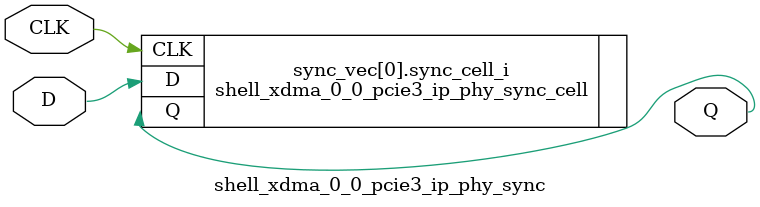
<source format=v>





`timescale 1ps / 1ps



//-------------------------------------------------------------------------------------------------
//  PHY Synchronizer Module
//-------------------------------------------------------------------------------------------------
module shell_xdma_0_0_pcie3_ip_phy_sync #
(
    parameter integer WIDTH = 1, 
    parameter integer STAGE = 2
)
(
    //-------------------------------------------------------------------------- 
    //  Input Ports
    //-------------------------------------------------------------------------- 
    input                               CLK,
    input       [WIDTH-1:0]             D,
    
    //-------------------------------------------------------------------------- 
    //  Output Ports
    //-------------------------------------------------------------------------- 
    output      [WIDTH-1:0]             Q
);                                                        



//--------------------------------------------------------------------------------------------------
//  Generate Synchronizer - Begin
//--------------------------------------------------------------------------------------------------
genvar i;

generate for (i=0; i<WIDTH; i=i+1) 

    begin : sync_vec

    //----------------------------------------------------------------------
    //  Synchronizer
    //----------------------------------------------------------------------
shell_xdma_0_0_pcie3_ip_phy_sync_cell #
    (
        .STAGE                            (STAGE)
    )    
    sync_cell_i
    (
        //------------------------------------------------------------------
        //  Input Ports
        //------------------------------------------------------------------
        .CLK                              (CLK),
        .D                                (D[i]),

        //------------------------------------------------------------------
        //  Output Ports
        //------------------------------------------------------------------
        .Q                                (Q[i])
    );
 
    end   
      
endgenerate 
//--------------------------------------------------------------------------------------------------
//  Generate - End
//--------------------------------------------------------------------------------------------------



endmodule





</source>
